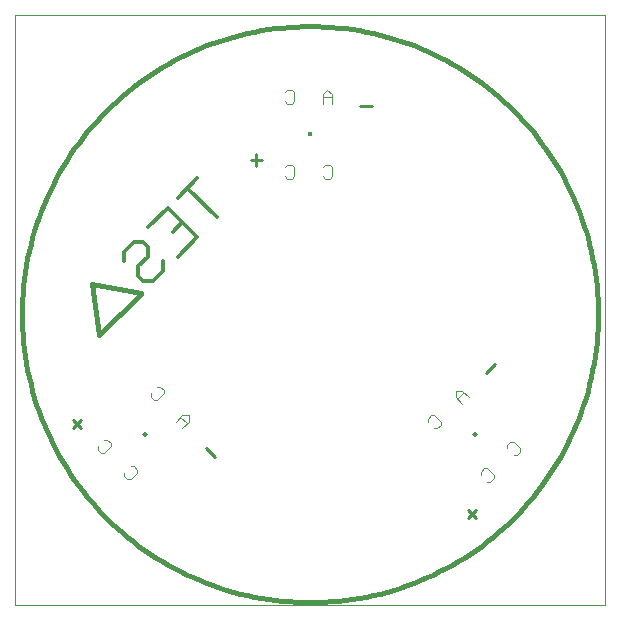
<source format=gbo>
G75*
%MOIN*%
%OFA0B0*%
%FSLAX24Y24*%
%IPPOS*%
%LPD*%
%AMOC8*
5,1,8,0,0,1.08239X$1,22.5*
%
%ADD10C,0.0000*%
%ADD11C,0.0160*%
%ADD12C,0.0110*%
%ADD13C,0.0120*%
%ADD14C,0.0040*%
%ADD15R,0.0157X0.0157*%
%ADD16R,0.0157X0.0157*%
D10*
X000100Y000100D02*
X000100Y019785D01*
X019785Y019785D01*
X019785Y000100D01*
X000100Y000100D01*
D11*
X002919Y009091D02*
X002669Y010791D01*
X004309Y010501D01*
X004309Y010481D02*
X002919Y009091D01*
X000339Y009801D02*
X000342Y010037D01*
X000351Y010272D01*
X000365Y010507D01*
X000385Y010742D01*
X000411Y010976D01*
X000443Y011210D01*
X000480Y011442D01*
X000523Y011674D01*
X000572Y011904D01*
X000627Y012134D01*
X000687Y012361D01*
X000752Y012588D01*
X000824Y012812D01*
X000900Y013035D01*
X000982Y013256D01*
X001070Y013475D01*
X001163Y013691D01*
X001261Y013906D01*
X001364Y014117D01*
X001473Y014326D01*
X001586Y014533D01*
X001705Y014736D01*
X001828Y014937D01*
X001957Y015134D01*
X002090Y015329D01*
X002228Y015520D01*
X002371Y015707D01*
X002518Y015891D01*
X002670Y016071D01*
X002826Y016248D01*
X002986Y016421D01*
X003151Y016589D01*
X003319Y016754D01*
X003492Y016914D01*
X003669Y017070D01*
X003849Y017222D01*
X004033Y017369D01*
X004220Y017512D01*
X004411Y017650D01*
X004606Y017783D01*
X004803Y017912D01*
X005004Y018035D01*
X005207Y018154D01*
X005414Y018267D01*
X005623Y018376D01*
X005834Y018479D01*
X006049Y018577D01*
X006265Y018670D01*
X006484Y018758D01*
X006705Y018840D01*
X006928Y018916D01*
X007152Y018988D01*
X007379Y019053D01*
X007606Y019113D01*
X007836Y019168D01*
X008066Y019217D01*
X008298Y019260D01*
X008530Y019297D01*
X008764Y019329D01*
X008998Y019355D01*
X009233Y019375D01*
X009468Y019389D01*
X009703Y019398D01*
X009939Y019401D01*
X010175Y019398D01*
X010410Y019389D01*
X010645Y019375D01*
X010880Y019355D01*
X011114Y019329D01*
X011348Y019297D01*
X011580Y019260D01*
X011812Y019217D01*
X012042Y019168D01*
X012272Y019113D01*
X012499Y019053D01*
X012726Y018988D01*
X012950Y018916D01*
X013173Y018840D01*
X013394Y018758D01*
X013613Y018670D01*
X013829Y018577D01*
X014044Y018479D01*
X014255Y018376D01*
X014464Y018267D01*
X014671Y018154D01*
X014874Y018035D01*
X015075Y017912D01*
X015272Y017783D01*
X015467Y017650D01*
X015658Y017512D01*
X015845Y017369D01*
X016029Y017222D01*
X016209Y017070D01*
X016386Y016914D01*
X016559Y016754D01*
X016727Y016589D01*
X016892Y016421D01*
X017052Y016248D01*
X017208Y016071D01*
X017360Y015891D01*
X017507Y015707D01*
X017650Y015520D01*
X017788Y015329D01*
X017921Y015134D01*
X018050Y014937D01*
X018173Y014736D01*
X018292Y014533D01*
X018405Y014326D01*
X018514Y014117D01*
X018617Y013906D01*
X018715Y013691D01*
X018808Y013475D01*
X018896Y013256D01*
X018978Y013035D01*
X019054Y012812D01*
X019126Y012588D01*
X019191Y012361D01*
X019251Y012134D01*
X019306Y011904D01*
X019355Y011674D01*
X019398Y011442D01*
X019435Y011210D01*
X019467Y010976D01*
X019493Y010742D01*
X019513Y010507D01*
X019527Y010272D01*
X019536Y010037D01*
X019539Y009801D01*
X019536Y009565D01*
X019527Y009330D01*
X019513Y009095D01*
X019493Y008860D01*
X019467Y008626D01*
X019435Y008392D01*
X019398Y008160D01*
X019355Y007928D01*
X019306Y007698D01*
X019251Y007468D01*
X019191Y007241D01*
X019126Y007014D01*
X019054Y006790D01*
X018978Y006567D01*
X018896Y006346D01*
X018808Y006127D01*
X018715Y005911D01*
X018617Y005696D01*
X018514Y005485D01*
X018405Y005276D01*
X018292Y005069D01*
X018173Y004866D01*
X018050Y004665D01*
X017921Y004468D01*
X017788Y004273D01*
X017650Y004082D01*
X017507Y003895D01*
X017360Y003711D01*
X017208Y003531D01*
X017052Y003354D01*
X016892Y003181D01*
X016727Y003013D01*
X016559Y002848D01*
X016386Y002688D01*
X016209Y002532D01*
X016029Y002380D01*
X015845Y002233D01*
X015658Y002090D01*
X015467Y001952D01*
X015272Y001819D01*
X015075Y001690D01*
X014874Y001567D01*
X014671Y001448D01*
X014464Y001335D01*
X014255Y001226D01*
X014044Y001123D01*
X013829Y001025D01*
X013613Y000932D01*
X013394Y000844D01*
X013173Y000762D01*
X012950Y000686D01*
X012726Y000614D01*
X012499Y000549D01*
X012272Y000489D01*
X012042Y000434D01*
X011812Y000385D01*
X011580Y000342D01*
X011348Y000305D01*
X011114Y000273D01*
X010880Y000247D01*
X010645Y000227D01*
X010410Y000213D01*
X010175Y000204D01*
X009939Y000201D01*
X009703Y000204D01*
X009468Y000213D01*
X009233Y000227D01*
X008998Y000247D01*
X008764Y000273D01*
X008530Y000305D01*
X008298Y000342D01*
X008066Y000385D01*
X007836Y000434D01*
X007606Y000489D01*
X007379Y000549D01*
X007152Y000614D01*
X006928Y000686D01*
X006705Y000762D01*
X006484Y000844D01*
X006265Y000932D01*
X006049Y001025D01*
X005834Y001123D01*
X005623Y001226D01*
X005414Y001335D01*
X005207Y001448D01*
X005004Y001567D01*
X004803Y001690D01*
X004606Y001819D01*
X004411Y001952D01*
X004220Y002090D01*
X004033Y002233D01*
X003849Y002380D01*
X003669Y002532D01*
X003492Y002688D01*
X003319Y002848D01*
X003151Y003013D01*
X002986Y003181D01*
X002826Y003354D01*
X002670Y003531D01*
X002518Y003711D01*
X002371Y003895D01*
X002228Y004082D01*
X002090Y004273D01*
X001957Y004468D01*
X001828Y004665D01*
X001705Y004866D01*
X001586Y005069D01*
X001473Y005276D01*
X001364Y005485D01*
X001261Y005696D01*
X001163Y005911D01*
X001070Y006127D01*
X000982Y006346D01*
X000900Y006567D01*
X000824Y006790D01*
X000752Y007014D01*
X000687Y007241D01*
X000627Y007468D01*
X000572Y007698D01*
X000523Y007928D01*
X000480Y008160D01*
X000443Y008392D01*
X000411Y008626D01*
X000385Y008860D01*
X000365Y009095D01*
X000351Y009330D01*
X000342Y009565D01*
X000339Y009801D01*
D12*
X002034Y006270D02*
X002312Y005991D01*
X002034Y005991D02*
X002312Y006270D01*
X006490Y005325D02*
X006768Y005047D01*
X015206Y003289D02*
X015475Y003001D01*
X015485Y003279D02*
X015197Y003011D01*
X015814Y007851D02*
X016092Y008130D01*
X008354Y014941D02*
X007960Y014941D01*
X008157Y015138D02*
X008157Y014744D01*
X011610Y016741D02*
X012004Y016741D01*
D13*
X006828Y013025D02*
X005852Y014002D01*
X006177Y014327D02*
X005526Y013676D01*
X005200Y013351D02*
X006177Y012374D01*
X005526Y011723D01*
X005038Y011560D02*
X005038Y011235D01*
X004712Y010909D01*
X004387Y010909D01*
X004224Y011072D01*
X004224Y011398D01*
X004549Y011723D01*
X004549Y012049D01*
X004387Y012211D01*
X004061Y012211D01*
X003735Y011886D01*
X003735Y011560D01*
X004549Y012700D02*
X005200Y013351D01*
X005689Y012862D02*
X005363Y012537D01*
D14*
X009112Y014398D02*
X009188Y014321D01*
X009342Y014321D01*
X009419Y014398D01*
X009419Y014704D01*
X009342Y014781D01*
X009188Y014781D01*
X009112Y014704D01*
X010362Y014704D02*
X010438Y014781D01*
X010592Y014781D01*
X010669Y014704D01*
X010669Y014398D01*
X010592Y014321D01*
X010438Y014321D01*
X010362Y014398D01*
X010362Y016821D02*
X010362Y017128D01*
X010515Y017281D01*
X010669Y017128D01*
X010669Y016821D01*
X010669Y017051D02*
X010362Y017051D01*
X009419Y017204D02*
X009419Y016898D01*
X009342Y016821D01*
X009188Y016821D01*
X009112Y016898D01*
X009112Y017204D02*
X009188Y017281D01*
X009342Y017281D01*
X009419Y017204D01*
X004955Y007378D02*
X005063Y007270D01*
X005063Y007161D01*
X004846Y006944D01*
X004738Y006944D01*
X004629Y007053D01*
X004629Y007161D01*
X004846Y007378D02*
X004955Y007378D01*
X005676Y006440D02*
X005459Y006223D01*
X005622Y006386D02*
X005839Y006169D01*
X005893Y006223D02*
X005893Y006440D01*
X005676Y006440D01*
X005893Y006223D02*
X005676Y006006D01*
X004180Y004618D02*
X004180Y004509D01*
X003963Y004292D01*
X003854Y004292D01*
X003745Y004401D01*
X003745Y004509D01*
X003963Y004726D02*
X004071Y004726D01*
X004180Y004618D01*
X003296Y005393D02*
X003079Y005176D01*
X002970Y005176D01*
X002862Y005285D01*
X002862Y005393D01*
X003079Y005610D02*
X003187Y005610D01*
X003296Y005502D01*
X003296Y005393D01*
X013861Y006209D02*
X013861Y006317D01*
X013970Y006426D01*
X014078Y006426D01*
X014295Y006209D01*
X014295Y006100D01*
X014187Y005992D01*
X014078Y005992D01*
X015016Y006821D02*
X014799Y007038D01*
X014799Y007255D01*
X015016Y007255D01*
X015234Y007038D01*
X015071Y007201D02*
X014854Y006984D01*
X016513Y005433D02*
X016513Y005325D01*
X016513Y005433D02*
X016621Y005542D01*
X016730Y005542D01*
X016947Y005325D01*
X016947Y005216D01*
X016839Y005108D01*
X016730Y005108D01*
X016063Y004441D02*
X016063Y004332D01*
X015955Y004224D01*
X015846Y004224D01*
X015629Y004441D02*
X015629Y004549D01*
X015738Y004658D01*
X015846Y004658D01*
X016063Y004441D01*
D15*
X009939Y015801D03*
D16*
G36*
X015329Y005801D02*
X015439Y005911D01*
X015549Y005801D01*
X015439Y005691D01*
X015329Y005801D01*
G37*
G36*
X004439Y005911D02*
X004549Y005801D01*
X004439Y005691D01*
X004329Y005801D01*
X004439Y005911D01*
G37*
M02*

</source>
